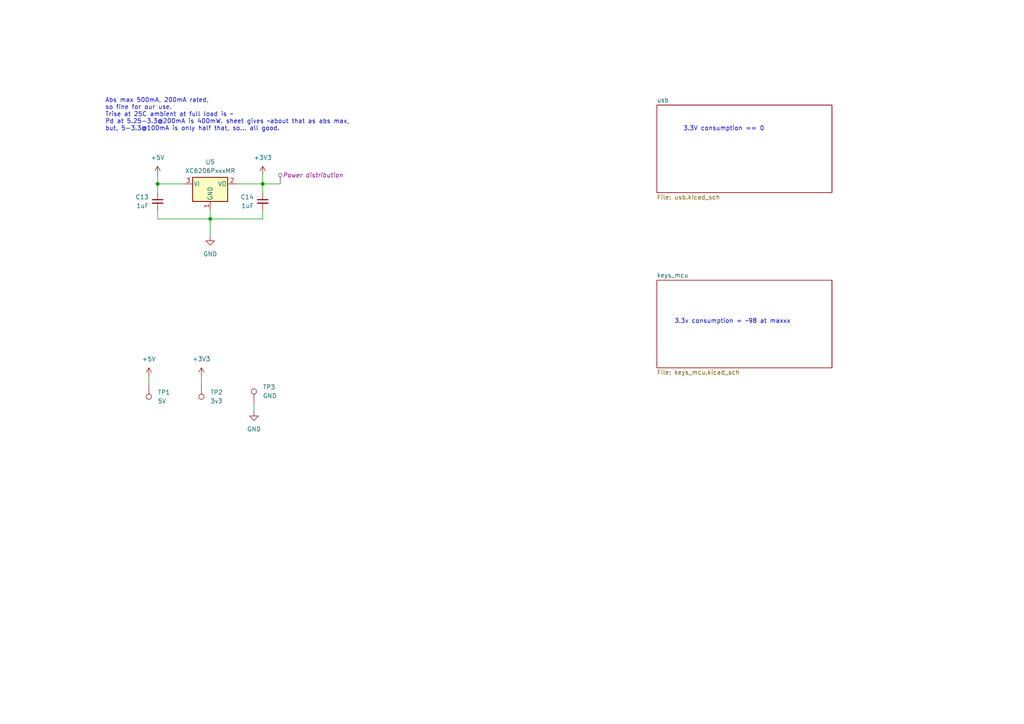
<source format=kicad_sch>
(kicad_sch (version 20231120) (generator "eeschema") (generator_version "8.0")
  (paper "A4")
  (title_block (title "Das KB4-Bara2") (rev "r2024-2") (company "Ekta Labs") (comment 1 "http://github.com/karlp/das-kb4-bara2"))
  (lib_symbols
    (symbol "Connector:TestPoint" (pin_numbers hide) (pin_names (offset 0.762) hide)
      (property "Reference" "TP" (at 0 6.858 0))
      (property "Value" "TestPoint" (at 0 5.08 0))
      (symbol "TestPoint_0_1"
        (circle (center 0 3.302) (radius 0.762))
      )
      (symbol "TestPoint_1_1"
        (pin passive line (at 0 0 90) (length 2.54) (name "1") (number "1"))
      )
    )
    (symbol "Device:C_Small" (pin_numbers hide) (pin_names (offset 0.254) hide)
      (property "Reference" "C" (at 0.254 1.778 0))
      (property "Value" "C_Small" (at 0.254 -2.032 0))
      (symbol "C_Small_0_1"
        (polyline (pts (xy -1.524 -0.508) (xy 1.524 -0.508)) (stroke (width 0.3302)))
        (polyline (pts (xy -1.524 0.508) (xy 1.524 0.508)) (stroke (width 0.3048)))
      )
      (symbol "C_Small_1_1"
        (pin passive line (at 0 2.54 270) (length 2.032) (name "~") (number "1"))
        (pin passive line (at 0 -2.54 90) (length 2.032) (name "~") (number "2"))
      )
    )
    (symbol "Regulator_Linear:XC6206PxxxMR" (pin_names (offset 0.254))
      (property "Reference" "U" (at -3.81 3.175 0))
      (property "Value" "XC6206PxxxMR" (at 0 3.175 0))
      (symbol "XC6206PxxxMR_0_1"
        (rectangle (start -5.08 1.905) (end 5.08 -5.08) (stroke (width 0.254)) (fill (type background)))
      )
      (symbol "XC6206PxxxMR_1_1"
        (pin power_in line (at 0 -7.62 90) (length 2.54) (name "GND") (number "1"))
        (pin power_out line (at 7.62 0 180) (length 2.54) (name "VO") (number "2"))
        (pin power_in line (at -7.62 0 0) (length 2.54) (name "VI") (number "3"))
      )
    )
    (symbol "power:+3V3" (power) (pin_names (offset 0))
      (property "Value" "+3V3" (at 0 3.556 0))
      (symbol "+3V3_0_1"
        (polyline (pts (xy -0.762 1.27) (xy 0 2.54)))
        (polyline (pts (xy 0 0) (xy 0 2.54)))
        (polyline (pts (xy 0 2.54) (xy 0.762 1.27)))
      )
      (symbol "+3V3_1_1"
        (pin power_in line (at 0 0 90) (length 0) hide (name "+3V3") (number "1"))
      )
    )
    (symbol "power:+5V" (power) (pin_names (offset 0))
      (property "Value" "+5V" (at 0 3.556 0))
      (symbol "+5V_0_1"
        (polyline (pts (xy -0.762 1.27) (xy 0 2.54)))
        (polyline (pts (xy 0 0) (xy 0 2.54)))
        (polyline (pts (xy 0 2.54) (xy 0.762 1.27)))
      )
      (symbol "+5V_1_1"
        (pin power_in line (at 0 0 90) (length 0) hide (name "+5V") (number "1"))
      )
    )
    (symbol "power:GND" (power) (pin_names (offset 0))
      (property "Value" "GND" (at 0 -3.81 0))
      (symbol "GND_0_1"
        (polyline (pts (xy 0 0) (xy 0 -1.27) (xy 1.27 -1.27) (xy 0 -2.54) (xy -1.27 -1.27) (xy 0 -1.27)))
      )
      (symbol "GND_1_1"
        (pin power_in line (at 0 0 270) (length 0) hide (name "GND") (number "1"))
      )
    )
  )
  (junction (at 60.96 63.5))
  (junction (at 45.72 53.34))
  (junction (at 76.2 53.34))
  (wire (pts (xy 76.2 60.96) (xy 76.2 63.5)))
  (wire (pts (xy 76.2 53.34) (xy 81.28 53.34)))
  (wire (pts (xy 76.2 53.34) (xy 76.2 55.88)))
  (wire (pts (xy 45.72 60.96) (xy 45.72 63.5)))
  (wire (pts (xy 45.72 53.34) (xy 45.72 55.88)))
  (wire (pts (xy 58.42 109.22) (xy 58.42 111.76)))
  (wire (pts (xy 76.2 50.8) (xy 76.2 53.34)))
  (wire (pts (xy 60.96 60.96) (xy 60.96 63.5)))
  (wire (pts (xy 45.72 53.34) (xy 53.34 53.34)))
  (wire (pts (xy 45.72 50.8) (xy 45.72 53.34)))
  (wire (pts (xy 68.58 53.34) (xy 76.2 53.34)))
  (wire (pts (xy 45.72 63.5) (xy 60.96 63.5)))
  (wire (pts (xy 60.96 63.5) (xy 60.96 68.58)))
  (wire (pts (xy 76.2 63.5) (xy 60.96 63.5)))
  (wire (pts (xy 43.18 109.22) (xy 43.18 111.76)))
  (wire (pts (xy 73.66 116.84) (xy 73.66 119.38)))
  (text "Abs max 500mA, 200mA rated,\nso fine for our use.\nTrise at 25C ambient at full load is ~\nPd at 5.25-3.3@200mA is 400mW. sheet gives ~about that as abs max,\nbut, 5-3.3@100mA is only half that, so... all good." (at 30.48 38.1 0) (effects (font (size 1.27 1.27)) (justify left bottom)))
  (text "3.3V consumption == 0" (at 198.12 38.1 0) (effects (font (size 1.27 1.27)) (justify left bottom)))
  (text "3.3v consumption = ~98 at maxxx" (at 195.58 93.98 0) (effects (font (size 1.27 1.27)) (justify left bottom)))
  (netclass_flag "" (length 2.54) (shape round) (at 81.28 53.34 0) (property "Netclass" "Power distribution" (at 81.9785 50.8 0) (effects (font (italic yes)) (justify left))))
  (symbol (lib_id "power:+5V") (at 43.18 109.22 0) (unit 1)
    (property "Reference" "#PWR041" (effects (hide yes)))
    (property "Value" "+5V" (at 43.18 104.14 0))
  )
  (symbol (lib_id "power:+5V") (at 45.72 50.8 0) (unit 1)
    (property "Reference" "#PWR029" (effects (hide yes)))
    (property "Value" "+5V" (at 45.72 45.72 0))
  )
  (symbol (lib_id "Connector:TestPoint") (at 58.42 111.76 180) (unit 1) (in_bom no)
    (property "Reference" "TP2" (at 60.96 113.792 0) (effects (justify right)))
    (property "Value" "3v3" (at 60.96 116.332 0) (effects (justify right)))
    (property "Footprint" "TestPoint:TestPoint_THTPad_D1.5mm_Drill0.7mm" (effects (hide yes)))
  )
  (symbol (lib_id "Connector:TestPoint") (at 43.18 111.76 180) (unit 1) (in_bom no)
    (property "Reference" "TP1" (at 45.72 113.792 0) (effects (justify right)))
    (property "Value" "5V" (at 45.72 116.332 0) (effects (justify right)))
    (property "Footprint" "TestPoint:TestPoint_THTPad_D1.5mm_Drill0.7mm" (effects (hide yes)))
  )
  (symbol (lib_id "power:GND") (at 60.96 68.58 0) (unit 1)
    (property "Reference" "#PWR039" (effects (hide yes)))
    (property "Value" "GND" (at 60.96 73.66 0))
  )
  (symbol (lib_id "Regulator_Linear:XC6206PxxxMR") (at 60.96 53.34 0) (unit 1)
    (property "Reference" "U5" (at 60.96 46.99 0))
    (property "Value" "XC6206PxxxMR" (at 60.96 49.53 0))
    (property "Footprint" "Package_TO_SOT_SMD:SOT-23-3" (effects (hide yes)))
    (property "Datasheet" "https://www.torexsemi.com/file/xc6206/XC6206.pdf" (effects (hide yes)))
    (property "MPN" "XC6206P332MR" (effects (hide yes)))
    (property "lcsc#" "C5446" (effects (hide yes)))
  )
  (symbol (lib_id "power:GND") (at 73.66 119.38 0) (unit 1)
    (property "Reference" "#PWR043" (effects (hide yes)))
    (property "Value" "GND" (at 73.66 124.46 0))
  )
  (symbol (lib_id "Device:C_Small") (at 76.2 58.42 0) (unit 1)
    (property "Reference" "C14" (at 73.66 57.1563 0) (effects (justify right)))
    (property "Value" "1uF" (at 73.66 59.6963 0) (effects (justify right)))
    (property "Footprint" "Capacitor_SMD:C_0603_1608Metric" (effects (hide yes)))
    (property "MPN" "CL10A105KB8NNNC" (effects (hide yes)))
    (property "jlc-basic" "1" (effects (hide yes)))
    (property "lcsc#" "C15849" (effects (hide yes)))
  )
  (symbol (lib_id "power:+3V3") (at 58.42 109.22 0) (unit 1)
    (property "Reference" "#PWR042" (effects (hide yes)))
    (property "Value" "+3V3" (at 58.42 104.14 0))
  )
  (symbol (lib_id "Device:C_Small") (at 45.72 58.42 0) (unit 1)
    (property "Reference" "C13" (at 43.18 57.1563 0) (effects (justify right)))
    (property "Value" "1uF" (at 43.18 59.6963 0) (effects (justify right)))
    (property "Footprint" "Capacitor_SMD:C_0603_1608Metric" (effects (hide yes)))
    (property "MPN" "CL10A105KB8NNNC" (effects (hide yes)))
    (property "jlc-basic" "1" (effects (hide yes)))
    (property "lcsc#" "C15849" (effects (hide yes)))
  )
  (symbol (lib_id "power:+3V3") (at 76.2 50.8 0) (unit 1)
    (property "Reference" "#PWR038" (effects (hide yes)))
    (property "Value" "+3V3" (at 76.2 45.72 0))
  )
  (symbol (lib_id "Connector:TestPoint") (at 73.66 116.84 0) (unit 1) (in_bom no)
    (property "Reference" "TP3" (at 76.2 112.268 0) (effects (justify left)))
    (property "Value" "GND" (at 76.2 114.808 0) (effects (justify left)))
    (property "Footprint" "TestPoint:TestPoint_THTPad_D1.5mm_Drill0.7mm" (effects (hide yes)))
  )
  (sheet (at 190.5 81.28) (size 50.8 25.4) (stroke (width 0.1524))
    (property "Sheetname" "keys_mcu" (at 190.5 80.5684 0) (effects (justify left bottom)))
    (property "Sheetfile" "keys_mcu.kicad_sch" (at 190.5 107.2646 0) (effects (justify left top)))
  )
  (sheet (at 190.5 30.48) (size 50.8 25.4) (stroke (width 0.1524))
    (property "Sheetname" "usb" (at 190.5 29.7684 0) (effects (justify left bottom)))
    (property "Sheetfile" "usb.kicad_sch" (at 190.5 56.4646 0) (effects (justify left top)))
  )
)
</source>
